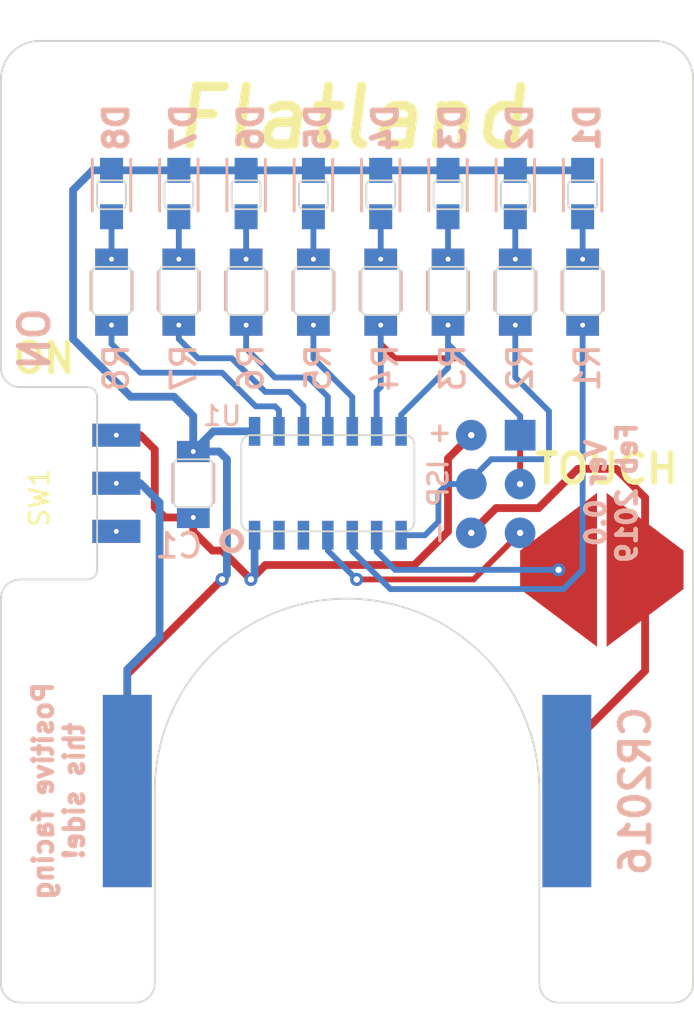
<source format=kicad_pcb>
(kicad_pcb (version 4) (host pcbnew 4.0.6)

  (general
    (links 39)
    (no_connects 2)
    (area 104.769999 76.199999 140.870001 126.300001)
    (thickness 1.6)
    (drawings 23)
    (tracks 131)
    (zones 0)
    (modules 22)
    (nets 25)
  )

  (page USLetter)
  (layers
    (0 F.Cu signal)
    (31 B.Cu signal)
    (34 B.Paste user)
    (35 F.Paste user)
    (36 B.SilkS user)
    (37 F.SilkS user)
    (38 B.Mask user)
    (39 F.Mask user)
    (40 Dwgs.User user)
    (44 Edge.Cuts user)
    (46 B.CrtYd user)
  )

  (setup
    (last_trace_width 0.4064)
    (user_trace_width 0.2032)
    (user_trace_width 0.254)
    (user_trace_width 0.3048)
    (user_trace_width 0.4064)
    (user_trace_width 0.6096)
    (user_trace_width 2.032)
    (trace_clearance 0.1524)
    (zone_clearance 0.35)
    (zone_45_only no)
    (trace_min 0.1524)
    (segment_width 0.254)
    (edge_width 0.1)
    (via_size 0.6858)
    (via_drill 0.3302)
    (via_min_size 0.6858)
    (via_min_drill 0.3302)
    (user_via 1 0.5)
    (uvia_size 0.762)
    (uvia_drill 0.508)
    (uvias_allowed no)
    (uvia_min_size 0.508)
    (uvia_min_drill 0.127)
    (pcb_text_width 0.3)
    (pcb_text_size 1.5 1.5)
    (mod_edge_width 0.15)
    (mod_text_size 1 1)
    (mod_text_width 0.15)
    (pad_size 1.6 1.6)
    (pad_drill 0)
    (pad_to_mask_clearance 0)
    (aux_axis_origin 0 0)
    (grid_origin 210.82 95.25)
    (visible_elements 7FFEFFFF)
    (pcbplotparams
      (layerselection 0x010f0_80000000)
      (usegerberextensions true)
      (excludeedgelayer true)
      (linewidth 0.100000)
      (plotframeref false)
      (viasonmask false)
      (mode 1)
      (useauxorigin false)
      (hpglpennumber 1)
      (hpglpenspeed 20)
      (hpglpendiameter 15)
      (hpglpenoverlay 2)
      (psnegative false)
      (psa4output false)
      (plotreference true)
      (plotvalue true)
      (plotinvisibletext false)
      (padsonsilk false)
      (subtractmaskfromsilk false)
      (outputformat 1)
      (mirror false)
      (drillshape 0)
      (scaleselection 1)
      (outputdirectory gerbers/))
  )

  (net 0 "")
  (net 1 GND)
  (net 2 +BATT)
  (net 3 "Net-(D4-Pad2)")
  (net 4 "Net-(BT1-Pad1)")
  (net 5 /MISO)
  (net 6 /SCK)
  (net 7 /MOSI)
  (net 8 /RESET)
  (net 9 "Net-(D8-Pad2)")
  (net 10 "Net-(D5-Pad2)")
  (net 11 "Net-(D6-Pad2)")
  (net 12 "Net-(SW1-Pad2)")
  (net 13 "Net-(SW2-Pad1)")
  (net 14 "Net-(D7-Pad2)")
  (net 15 "Net-(D1-Pad2)")
  (net 16 "Net-(D2-Pad2)")
  (net 17 "Net-(D3-Pad2)")
  (net 18 "Net-(R5-Pad1)")
  (net 19 "Net-(R6-Pad1)")
  (net 20 "Net-(R7-Pad1)")
  (net 21 "Net-(R8-Pad1)")
  (net 22 "Net-(U1-Pad3)")
  (net 23 "Net-(U1-Pad2)")
  (net 24 "Net-(R1-Pad1)")

  (net_class Default "This is the default net class."
    (clearance 0.1524)
    (trace_width 0.1524)
    (via_dia 0.6858)
    (via_drill 0.3302)
    (uvia_dia 0.762)
    (uvia_drill 0.508)
    (add_net +BATT)
    (add_net /MISO)
    (add_net /MOSI)
    (add_net /RESET)
    (add_net /SCK)
    (add_net GND)
    (add_net "Net-(BT1-Pad1)")
    (add_net "Net-(D1-Pad2)")
    (add_net "Net-(D2-Pad2)")
    (add_net "Net-(D3-Pad2)")
    (add_net "Net-(D4-Pad2)")
    (add_net "Net-(D5-Pad2)")
    (add_net "Net-(D6-Pad2)")
    (add_net "Net-(D7-Pad2)")
    (add_net "Net-(D8-Pad2)")
    (add_net "Net-(R1-Pad1)")
    (add_net "Net-(R5-Pad1)")
    (add_net "Net-(R6-Pad1)")
    (add_net "Net-(R7-Pad1)")
    (add_net "Net-(R8-Pad1)")
    (add_net "Net-(SW1-Pad2)")
    (add_net "Net-(SW2-Pad1)")
    (add_net "Net-(U1-Pad2)")
    (add_net "Net-(U1-Pad3)")
  )

  (module footprints:TOUCH (layer F.Cu) (tedit 5C630AFB) (tstamp 5C6308B2)
    (at 136.07 103.75)
    (descr "Resistor SMD 0805, reflow soldering, Vishay (see dcrcw.pdf)")
    (tags "resistor 0805")
    (path /5C630A91)
    (attr smd)
    (fp_text reference SW2 (at 0 0) (layer F.SilkS) hide
      (effects (font (size 0.762 0.762) (thickness 0.15)))
    )
    (fp_text value DNP (at 0 2.1) (layer F.Fab)
      (effects (font (size 1 1) (thickness 0.15)))
    )
    (fp_line (start -1.6 -1) (end 1.6 -1) (layer F.CrtYd) (width 0.05))
    (fp_line (start -1.6 1) (end 1.6 1) (layer F.CrtYd) (width 0.05))
    (fp_line (start -1.6 -1) (end -1.6 1) (layer F.CrtYd) (width 0.05))
    (fp_line (start 1.6 -1) (end 1.6 1) (layer F.CrtYd) (width 0.05))
    (pad 1 smd trapezoid (at -2.25 0) (size 4 5) (rect_delta -3 0 ) (layers F.Cu F.Paste F.Mask)
      (net 13 "Net-(SW2-Pad1)"))
    (pad 2 smd trapezoid (at 2.25 0) (size 4 5) (rect_delta 3 0 ) (layers F.Cu F.Paste F.Mask)
      (net 1 GND))
    (model Resistors_SMD.3dshapes/R_0805.wrl
      (at (xyz 0 0 0))
      (scale (xyz 1 1 1))
      (rotate (xyz 0 0 0))
    )
  )

  (module footprints:SPST_Fliped (layer F.Cu) (tedit 5C6305E7) (tstamp 5C62182D)
    (at 109.82 99.25 270)
    (descr "Through hole pin header")
    (tags "pin header")
    (path /5A827680)
    (fp_text reference SW1 (at 0.75 3 270) (layer F.SilkS)
      (effects (font (size 1 1) (thickness 0.15)))
    )
    (fp_text value SW_SPDT (at 0.1 0 270) (layer F.Fab)
      (effects (font (size 1 1) (thickness 0.15)))
    )
    (fp_line (start -4.5 0) (end 4.5 0) (layer Edge.Cuts) (width 0.1))
    (fp_line (start -5 0.5) (end -5 4) (layer Edge.Cuts) (width 0.1))
    (fp_line (start 5 0.5) (end 5 4) (layer Edge.Cuts) (width 0.1))
    (fp_arc (start 4.5 0.5) (end 4.5 0) (angle 90) (layer Edge.Cuts) (width 0.1))
    (fp_arc (start -4.5 0.5) (end -5 0.5) (angle 90) (layer Edge.Cuts) (width 0.1))
    (fp_text user JS102011SAQN (at 0 1.7 270) (layer F.Fab)
      (effects (font (size 0.8 0.8) (thickness 0.1)))
    )
    (pad 3 thru_hole rect (at -2.5 -1 270) (size 1.2 2.5) (drill 0.254) (layers *.Cu *.Paste *.Mask)
      (net 2 +BATT))
    (pad 1 thru_hole rect (at 0 -1 270) (size 1.2 2.5) (drill 0.254) (layers *.Cu *.Paste *.Mask)
      (net 4 "Net-(BT1-Pad1)"))
    (pad 2 thru_hole rect (at 2.5 -1 270) (size 1.2 2.5) (drill 0.254) (layers *.Cu *.Paste *.Mask)
      (net 12 "Net-(SW1-Pad2)"))
    (model Pin_Headers.3dshapes/Pin_Header_Straight_2x06.wrl
      (at (xyz 0.05 -0.25 0))
      (scale (xyz 1 1 1))
      (rotate (xyz 0 0 90))
    )
  )

  (module footprints:LED-0805_Flip (layer B.Cu) (tedit 5C62FF90) (tstamp 5C63308C)
    (at 135.07 84.25 270)
    (descr "LED 0805 smd package")
    (tags "LED 0805 SMD")
    (path /5B613BD5)
    (attr smd)
    (fp_text reference D1 (at -3.5 -0.25 270) (layer B.SilkS)
      (effects (font (size 1.2 1.2) (thickness 0.3)) (justify mirror))
    )
    (fp_text value LED (at 0 -1.75 270) (layer B.Fab)
      (effects (font (size 1 1) (thickness 0.15)) (justify mirror))
    )
    (fp_line (start 0.5 0.75) (end -0.5 0.75) (layer Edge.Cuts) (width 0.1))
    (fp_line (start 0.75 -0.5) (end 0.75 0.5) (layer Edge.Cuts) (width 0.1))
    (fp_line (start -0.5 -0.75) (end 0.5 -0.75) (layer Edge.Cuts) (width 0.1))
    (fp_line (start -0.75 0.5) (end -0.75 -0.5) (layer Edge.Cuts) (width 0.1))
    (fp_arc (start -0.5 -0.5) (end -0.5 -0.75) (angle -90) (layer Edge.Cuts) (width 0.1))
    (fp_arc (start 0.5 -0.5) (end 0.75 -0.5) (angle -90) (layer Edge.Cuts) (width 0.1))
    (fp_arc (start 0.5 0.5) (end 0.5 0.75) (angle -90) (layer Edge.Cuts) (width 0.1))
    (fp_arc (start -0.5 0.5) (end -0.75 0.5) (angle -90) (layer Edge.Cuts) (width 0.1))
    (fp_line (start -1.85 -1) (end 0.85 -1) (layer B.SilkS) (width 0.15))
    (fp_line (start -1.85 1) (end 0.85 1) (layer B.SilkS) (width 0.15))
    (fp_line (start 1.9 0.95) (end 1.9 -0.95) (layer B.CrtYd) (width 0.05))
    (fp_line (start 1.9 -0.95) (end -1.9 -0.95) (layer B.CrtYd) (width 0.05))
    (fp_line (start -1.9 -0.95) (end -1.9 0.95) (layer B.CrtYd) (width 0.05))
    (fp_line (start -1.9 0.95) (end 1.9 0.95) (layer B.CrtYd) (width 0.05))
    (pad 2 smd rect (at 1.143 0 90) (size 1.3 1.19888) (layers B.Cu B.Paste B.Mask)
      (net 15 "Net-(D1-Pad2)"))
    (pad 1 smd rect (at -1.27 0 90) (size 1.3 1.19888) (layers B.Cu B.Paste B.Mask)
      (net 1 GND))
    (model LEDs.3dshapes/LED-0805.wrl
      (at (xyz 0 0 0))
      (scale (xyz 1 1 1))
      (rotate (xyz 0 0 0))
    )
    (model LEDs.3dshapes/LED_0805.wrl
      (at (xyz 0 0 0))
      (scale (xyz 1 1 1))
      (rotate (xyz 0 0 0))
    )
  )

  (module footprints:LED-0805_Flip (layer B.Cu) (tedit 5C62FF8A) (tstamp 5C633079)
    (at 131.57 84.25 270)
    (descr "LED 0805 smd package")
    (tags "LED 0805 SMD")
    (path /5B613B61)
    (attr smd)
    (fp_text reference D2 (at -3.5 -0.25 270) (layer B.SilkS)
      (effects (font (size 1.2 1.2) (thickness 0.3)) (justify mirror))
    )
    (fp_text value LED (at 0 -1.75 270) (layer B.Fab)
      (effects (font (size 1 1) (thickness 0.15)) (justify mirror))
    )
    (fp_line (start 0.5 0.75) (end -0.5 0.75) (layer Edge.Cuts) (width 0.1))
    (fp_line (start 0.75 -0.5) (end 0.75 0.5) (layer Edge.Cuts) (width 0.1))
    (fp_line (start -0.5 -0.75) (end 0.5 -0.75) (layer Edge.Cuts) (width 0.1))
    (fp_line (start -0.75 0.5) (end -0.75 -0.5) (layer Edge.Cuts) (width 0.1))
    (fp_arc (start -0.5 -0.5) (end -0.5 -0.75) (angle -90) (layer Edge.Cuts) (width 0.1))
    (fp_arc (start 0.5 -0.5) (end 0.75 -0.5) (angle -90) (layer Edge.Cuts) (width 0.1))
    (fp_arc (start 0.5 0.5) (end 0.5 0.75) (angle -90) (layer Edge.Cuts) (width 0.1))
    (fp_arc (start -0.5 0.5) (end -0.75 0.5) (angle -90) (layer Edge.Cuts) (width 0.1))
    (fp_line (start -1.85 -1) (end 0.85 -1) (layer B.SilkS) (width 0.15))
    (fp_line (start -1.85 1) (end 0.85 1) (layer B.SilkS) (width 0.15))
    (fp_line (start 1.9 0.95) (end 1.9 -0.95) (layer B.CrtYd) (width 0.05))
    (fp_line (start 1.9 -0.95) (end -1.9 -0.95) (layer B.CrtYd) (width 0.05))
    (fp_line (start -1.9 -0.95) (end -1.9 0.95) (layer B.CrtYd) (width 0.05))
    (fp_line (start -1.9 0.95) (end 1.9 0.95) (layer B.CrtYd) (width 0.05))
    (pad 2 smd rect (at 1.143 0 90) (size 1.3 1.19888) (layers B.Cu B.Paste B.Mask)
      (net 16 "Net-(D2-Pad2)"))
    (pad 1 smd rect (at -1.27 0 90) (size 1.3 1.19888) (layers B.Cu B.Paste B.Mask)
      (net 1 GND))
    (model LEDs.3dshapes/LED-0805.wrl
      (at (xyz 0 0 0))
      (scale (xyz 1 1 1))
      (rotate (xyz 0 0 0))
    )
    (model LEDs.3dshapes/LED_0805.wrl
      (at (xyz 0 0 0))
      (scale (xyz 1 1 1))
      (rotate (xyz 0 0 0))
    )
  )

  (module footprints:LED-0805_Flip (layer B.Cu) (tedit 5C62FF82) (tstamp 5C633066)
    (at 128.07 84.25 270)
    (descr "LED 0805 smd package")
    (tags "LED 0805 SMD")
    (path /5B6126D8)
    (attr smd)
    (fp_text reference D3 (at -3.5 -0.25 270) (layer B.SilkS)
      (effects (font (size 1.2 1.2) (thickness 0.3)) (justify mirror))
    )
    (fp_text value LED (at 0 -1.75 270) (layer B.Fab)
      (effects (font (size 1 1) (thickness 0.15)) (justify mirror))
    )
    (fp_line (start 0.5 0.75) (end -0.5 0.75) (layer Edge.Cuts) (width 0.1))
    (fp_line (start 0.75 -0.5) (end 0.75 0.5) (layer Edge.Cuts) (width 0.1))
    (fp_line (start -0.5 -0.75) (end 0.5 -0.75) (layer Edge.Cuts) (width 0.1))
    (fp_line (start -0.75 0.5) (end -0.75 -0.5) (layer Edge.Cuts) (width 0.1))
    (fp_arc (start -0.5 -0.5) (end -0.5 -0.75) (angle -90) (layer Edge.Cuts) (width 0.1))
    (fp_arc (start 0.5 -0.5) (end 0.75 -0.5) (angle -90) (layer Edge.Cuts) (width 0.1))
    (fp_arc (start 0.5 0.5) (end 0.5 0.75) (angle -90) (layer Edge.Cuts) (width 0.1))
    (fp_arc (start -0.5 0.5) (end -0.75 0.5) (angle -90) (layer Edge.Cuts) (width 0.1))
    (fp_line (start -1.85 -1) (end 0.85 -1) (layer B.SilkS) (width 0.15))
    (fp_line (start -1.85 1) (end 0.85 1) (layer B.SilkS) (width 0.15))
    (fp_line (start 1.9 0.95) (end 1.9 -0.95) (layer B.CrtYd) (width 0.05))
    (fp_line (start 1.9 -0.95) (end -1.9 -0.95) (layer B.CrtYd) (width 0.05))
    (fp_line (start -1.9 -0.95) (end -1.9 0.95) (layer B.CrtYd) (width 0.05))
    (fp_line (start -1.9 0.95) (end 1.9 0.95) (layer B.CrtYd) (width 0.05))
    (pad 2 smd rect (at 1.143 0 90) (size 1.3 1.19888) (layers B.Cu B.Paste B.Mask)
      (net 17 "Net-(D3-Pad2)"))
    (pad 1 smd rect (at -1.27 0 90) (size 1.3 1.19888) (layers B.Cu B.Paste B.Mask)
      (net 1 GND))
    (model LEDs.3dshapes/LED-0805.wrl
      (at (xyz 0 0 0))
      (scale (xyz 1 1 1))
      (rotate (xyz 0 0 0))
    )
    (model LEDs.3dshapes/LED_0805.wrl
      (at (xyz 0 0 0))
      (scale (xyz 1 1 1))
      (rotate (xyz 0 0 0))
    )
  )

  (module footprints:LED-0805_Flip (layer B.Cu) (tedit 5C62FF7D) (tstamp 5C633053)
    (at 124.57 84.25 270)
    (descr "LED 0805 smd package")
    (tags "LED 0805 SMD")
    (path /58C49927)
    (attr smd)
    (fp_text reference D4 (at -3.5 -0.25 270) (layer B.SilkS)
      (effects (font (size 1.2 1.2) (thickness 0.3)) (justify mirror))
    )
    (fp_text value LED (at 0 -1.75 270) (layer B.Fab)
      (effects (font (size 1 1) (thickness 0.15)) (justify mirror))
    )
    (fp_line (start 0.5 0.75) (end -0.5 0.75) (layer Edge.Cuts) (width 0.1))
    (fp_line (start 0.75 -0.5) (end 0.75 0.5) (layer Edge.Cuts) (width 0.1))
    (fp_line (start -0.5 -0.75) (end 0.5 -0.75) (layer Edge.Cuts) (width 0.1))
    (fp_line (start -0.75 0.5) (end -0.75 -0.5) (layer Edge.Cuts) (width 0.1))
    (fp_arc (start -0.5 -0.5) (end -0.5 -0.75) (angle -90) (layer Edge.Cuts) (width 0.1))
    (fp_arc (start 0.5 -0.5) (end 0.75 -0.5) (angle -90) (layer Edge.Cuts) (width 0.1))
    (fp_arc (start 0.5 0.5) (end 0.5 0.75) (angle -90) (layer Edge.Cuts) (width 0.1))
    (fp_arc (start -0.5 0.5) (end -0.75 0.5) (angle -90) (layer Edge.Cuts) (width 0.1))
    (fp_line (start -1.85 -1) (end 0.85 -1) (layer B.SilkS) (width 0.15))
    (fp_line (start -1.85 1) (end 0.85 1) (layer B.SilkS) (width 0.15))
    (fp_line (start 1.9 0.95) (end 1.9 -0.95) (layer B.CrtYd) (width 0.05))
    (fp_line (start 1.9 -0.95) (end -1.9 -0.95) (layer B.CrtYd) (width 0.05))
    (fp_line (start -1.9 -0.95) (end -1.9 0.95) (layer B.CrtYd) (width 0.05))
    (fp_line (start -1.9 0.95) (end 1.9 0.95) (layer B.CrtYd) (width 0.05))
    (pad 2 smd rect (at 1.143 0 90) (size 1.3 1.19888) (layers B.Cu B.Paste B.Mask)
      (net 3 "Net-(D4-Pad2)"))
    (pad 1 smd rect (at -1.27 0 90) (size 1.3 1.19888) (layers B.Cu B.Paste B.Mask)
      (net 1 GND))
    (model LEDs.3dshapes/LED-0805.wrl
      (at (xyz 0 0 0))
      (scale (xyz 1 1 1))
      (rotate (xyz 0 0 0))
    )
    (model LEDs.3dshapes/LED_0805.wrl
      (at (xyz 0 0 0))
      (scale (xyz 1 1 1))
      (rotate (xyz 0 0 0))
    )
  )

  (module footprints:LED-0805_Flip (layer B.Cu) (tedit 5C62FF79) (tstamp 5C633040)
    (at 121.07 84.25 270)
    (descr "LED 0805 smd package")
    (tags "LED 0805 SMD")
    (path /58D338E3)
    (attr smd)
    (fp_text reference D5 (at -3.5 -0.25 270) (layer B.SilkS)
      (effects (font (size 1.2 1.2) (thickness 0.3)) (justify mirror))
    )
    (fp_text value LED (at 0 -1.75 270) (layer B.Fab)
      (effects (font (size 1 1) (thickness 0.15)) (justify mirror))
    )
    (fp_line (start 0.5 0.75) (end -0.5 0.75) (layer Edge.Cuts) (width 0.1))
    (fp_line (start 0.75 -0.5) (end 0.75 0.5) (layer Edge.Cuts) (width 0.1))
    (fp_line (start -0.5 -0.75) (end 0.5 -0.75) (layer Edge.Cuts) (width 0.1))
    (fp_line (start -0.75 0.5) (end -0.75 -0.5) (layer Edge.Cuts) (width 0.1))
    (fp_arc (start -0.5 -0.5) (end -0.5 -0.75) (angle -90) (layer Edge.Cuts) (width 0.1))
    (fp_arc (start 0.5 -0.5) (end 0.75 -0.5) (angle -90) (layer Edge.Cuts) (width 0.1))
    (fp_arc (start 0.5 0.5) (end 0.5 0.75) (angle -90) (layer Edge.Cuts) (width 0.1))
    (fp_arc (start -0.5 0.5) (end -0.75 0.5) (angle -90) (layer Edge.Cuts) (width 0.1))
    (fp_line (start -1.85 -1) (end 0.85 -1) (layer B.SilkS) (width 0.15))
    (fp_line (start -1.85 1) (end 0.85 1) (layer B.SilkS) (width 0.15))
    (fp_line (start 1.9 0.95) (end 1.9 -0.95) (layer B.CrtYd) (width 0.05))
    (fp_line (start 1.9 -0.95) (end -1.9 -0.95) (layer B.CrtYd) (width 0.05))
    (fp_line (start -1.9 -0.95) (end -1.9 0.95) (layer B.CrtYd) (width 0.05))
    (fp_line (start -1.9 0.95) (end 1.9 0.95) (layer B.CrtYd) (width 0.05))
    (pad 2 smd rect (at 1.143 0 90) (size 1.3 1.19888) (layers B.Cu B.Paste B.Mask)
      (net 10 "Net-(D5-Pad2)"))
    (pad 1 smd rect (at -1.27 0 90) (size 1.3 1.19888) (layers B.Cu B.Paste B.Mask)
      (net 1 GND))
    (model LEDs.3dshapes/LED-0805.wrl
      (at (xyz 0 0 0))
      (scale (xyz 1 1 1))
      (rotate (xyz 0 0 0))
    )
    (model LEDs.3dshapes/LED_0805.wrl
      (at (xyz 0 0 0))
      (scale (xyz 1 1 1))
      (rotate (xyz 0 0 0))
    )
  )

  (module footprints:R_0805_flip (layer B.Cu) (tedit 5C62FF95) (tstamp 5C633007)
    (at 135.07 89.25 90)
    (descr "Resistor SMD 1206, reflow soldering, Vishay (see dcrcw.pdf)")
    (tags "resistor 1206")
    (path /5B613D54)
    (attr smd)
    (fp_text reference R1 (at -4 0.25 90) (layer B.SilkS)
      (effects (font (size 1.25 1.25) (thickness 0.2)) (justify mirror))
    )
    (fp_text value 100 (at 0 -2.3 90) (layer B.Fab)
      (effects (font (size 1 1) (thickness 0.15)) (justify mirror))
    )
    (fp_line (start -1.25 0.75) (end -1.25 -0.75) (layer Edge.Cuts) (width 0.1))
    (fp_line (start 1 1) (end -1 1) (layer Edge.Cuts) (width 0.1))
    (fp_line (start 1.25 -0.75) (end 1.25 0.75) (layer Edge.Cuts) (width 0.1))
    (fp_line (start -1 -1) (end 1 -1) (layer Edge.Cuts) (width 0.1))
    (fp_arc (start -1 -0.75) (end -1 -1) (angle -90) (layer Edge.Cuts) (width 0.1))
    (fp_arc (start 1 -0.75) (end 1.25 -0.75) (angle -90) (layer Edge.Cuts) (width 0.1))
    (fp_arc (start 1 0.75) (end 1 1) (angle -90) (layer Edge.Cuts) (width 0.1))
    (fp_arc (start -1 0.75) (end -1.25 0.75) (angle -90) (layer Edge.Cuts) (width 0.1))
    (fp_line (start -2.2 1.2) (end 2.2 1.2) (layer B.CrtYd) (width 0.05))
    (fp_line (start -2.2 -1.2) (end 2.2 -1.2) (layer B.CrtYd) (width 0.05))
    (fp_line (start -2.2 1.2) (end -2.2 -1.2) (layer B.CrtYd) (width 0.05))
    (fp_line (start 2.2 1.2) (end 2.2 -1.2) (layer B.CrtYd) (width 0.05))
    (fp_line (start 1 -1.075) (end -1 -1.075) (layer B.SilkS) (width 0.15))
    (fp_line (start -1 1.075) (end 1 1.075) (layer B.SilkS) (width 0.15))
    (pad 1 thru_hole rect (at -1.778 0 90) (size 1.1 1.7) (drill 0.254) (layers *.Cu *.Paste *.Mask)
      (net 24 "Net-(R1-Pad1)"))
    (pad 2 thru_hole rect (at 1.651 0 90) (size 1.1 1.7) (drill 0.254) (layers *.Cu *.Paste *.Mask)
      (net 15 "Net-(D1-Pad2)"))
    (model Resistors_SMD.3dshapes/R_1206.wrl
      (at (xyz 0 0 0))
      (scale (xyz 1 1 1))
      (rotate (xyz 0 0 0))
    )
  )

  (module footprints:R_0805_flip (layer B.Cu) (tedit 5C62FF9D) (tstamp 5C632FF4)
    (at 131.57 89.25 90)
    (descr "Resistor SMD 1206, reflow soldering, Vishay (see dcrcw.pdf)")
    (tags "resistor 1206")
    (path /5B613CDA)
    (attr smd)
    (fp_text reference R2 (at -4 0.25 90) (layer B.SilkS)
      (effects (font (size 1.25 1.25) (thickness 0.2)) (justify mirror))
    )
    (fp_text value 100 (at 0 -2.3 90) (layer B.Fab)
      (effects (font (size 1 1) (thickness 0.15)) (justify mirror))
    )
    (fp_line (start -1.25 0.75) (end -1.25 -0.75) (layer Edge.Cuts) (width 0.1))
    (fp_line (start 1 1) (end -1 1) (layer Edge.Cuts) (width 0.1))
    (fp_line (start 1.25 -0.75) (end 1.25 0.75) (layer Edge.Cuts) (width 0.1))
    (fp_line (start -1 -1) (end 1 -1) (layer Edge.Cuts) (width 0.1))
    (fp_arc (start -1 -0.75) (end -1 -1) (angle -90) (layer Edge.Cuts) (width 0.1))
    (fp_arc (start 1 -0.75) (end 1.25 -0.75) (angle -90) (layer Edge.Cuts) (width 0.1))
    (fp_arc (start 1 0.75) (end 1 1) (angle -90) (layer Edge.Cuts) (width 0.1))
    (fp_arc (start -1 0.75) (end -1.25 0.75) (angle -90) (layer Edge.Cuts) (width 0.1))
    (fp_line (start -2.2 1.2) (end 2.2 1.2) (layer B.CrtYd) (width 0.05))
    (fp_line (start -2.2 -1.2) (end 2.2 -1.2) (layer B.CrtYd) (width 0.05))
    (fp_line (start -2.2 1.2) (end -2.2 -1.2) (layer B.CrtYd) (width 0.05))
    (fp_line (start 2.2 1.2) (end 2.2 -1.2) (layer B.CrtYd) (width 0.05))
    (fp_line (start 1 -1.075) (end -1 -1.075) (layer B.SilkS) (width 0.15))
    (fp_line (start -1 1.075) (end 1 1.075) (layer B.SilkS) (width 0.15))
    (pad 1 thru_hole rect (at -1.778 0 90) (size 1.1 1.7) (drill 0.254) (layers *.Cu *.Paste *.Mask)
      (net 7 /MOSI))
    (pad 2 thru_hole rect (at 1.651 0 90) (size 1.1 1.7) (drill 0.254) (layers *.Cu *.Paste *.Mask)
      (net 16 "Net-(D2-Pad2)"))
    (model Resistors_SMD.3dshapes/R_1206.wrl
      (at (xyz 0 0 0))
      (scale (xyz 1 1 1))
      (rotate (xyz 0 0 0))
    )
  )

  (module footprints:R_0805_flip (layer B.Cu) (tedit 5C62FFA1) (tstamp 5C632FA8)
    (at 128.07 89.25 90)
    (descr "Resistor SMD 1206, reflow soldering, Vishay (see dcrcw.pdf)")
    (tags "resistor 1206")
    (path /5B612743)
    (attr smd)
    (fp_text reference R3 (at -4 0.25 90) (layer B.SilkS)
      (effects (font (size 1.25 1.25) (thickness 0.2)) (justify mirror))
    )
    (fp_text value 100 (at 0 -2.3 90) (layer B.Fab)
      (effects (font (size 1 1) (thickness 0.15)) (justify mirror))
    )
    (fp_line (start -1.25 0.75) (end -1.25 -0.75) (layer Edge.Cuts) (width 0.1))
    (fp_line (start 1 1) (end -1 1) (layer Edge.Cuts) (width 0.1))
    (fp_line (start 1.25 -0.75) (end 1.25 0.75) (layer Edge.Cuts) (width 0.1))
    (fp_line (start -1 -1) (end 1 -1) (layer Edge.Cuts) (width 0.1))
    (fp_arc (start -1 -0.75) (end -1 -1) (angle -90) (layer Edge.Cuts) (width 0.1))
    (fp_arc (start 1 -0.75) (end 1.25 -0.75) (angle -90) (layer Edge.Cuts) (width 0.1))
    (fp_arc (start 1 0.75) (end 1 1) (angle -90) (layer Edge.Cuts) (width 0.1))
    (fp_arc (start -1 0.75) (end -1.25 0.75) (angle -90) (layer Edge.Cuts) (width 0.1))
    (fp_line (start -2.2 1.2) (end 2.2 1.2) (layer B.CrtYd) (width 0.05))
    (fp_line (start -2.2 -1.2) (end 2.2 -1.2) (layer B.CrtYd) (width 0.05))
    (fp_line (start -2.2 1.2) (end -2.2 -1.2) (layer B.CrtYd) (width 0.05))
    (fp_line (start 2.2 1.2) (end 2.2 -1.2) (layer B.CrtYd) (width 0.05))
    (fp_line (start 1 -1.075) (end -1 -1.075) (layer B.SilkS) (width 0.15))
    (fp_line (start -1 1.075) (end 1 1.075) (layer B.SilkS) (width 0.15))
    (pad 1 thru_hole rect (at -1.778 0 90) (size 1.1 1.7) (drill 0.254) (layers *.Cu *.Paste *.Mask)
      (net 5 /MISO))
    (pad 2 thru_hole rect (at 1.651 0 90) (size 1.1 1.7) (drill 0.254) (layers *.Cu *.Paste *.Mask)
      (net 17 "Net-(D3-Pad2)"))
    (model Resistors_SMD.3dshapes/R_1206.wrl
      (at (xyz 0 0 0))
      (scale (xyz 1 1 1))
      (rotate (xyz 0 0 0))
    )
  )

  (module footprints:R_0805_flip (layer B.Cu) (tedit 5C62FFA6) (tstamp 5C632F95)
    (at 124.57 89.25 90)
    (descr "Resistor SMD 1206, reflow soldering, Vishay (see dcrcw.pdf)")
    (tags "resistor 1206")
    (path /56CEB2B5)
    (attr smd)
    (fp_text reference R4 (at -4 0.25 90) (layer B.SilkS)
      (effects (font (size 1.25 1.25) (thickness 0.2)) (justify mirror))
    )
    (fp_text value 100 (at 0 -2.3 90) (layer B.Fab)
      (effects (font (size 1 1) (thickness 0.15)) (justify mirror))
    )
    (fp_line (start -1.25 0.75) (end -1.25 -0.75) (layer Edge.Cuts) (width 0.1))
    (fp_line (start 1 1) (end -1 1) (layer Edge.Cuts) (width 0.1))
    (fp_line (start 1.25 -0.75) (end 1.25 0.75) (layer Edge.Cuts) (width 0.1))
    (fp_line (start -1 -1) (end 1 -1) (layer Edge.Cuts) (width 0.1))
    (fp_arc (start -1 -0.75) (end -1 -1) (angle -90) (layer Edge.Cuts) (width 0.1))
    (fp_arc (start 1 -0.75) (end 1.25 -0.75) (angle -90) (layer Edge.Cuts) (width 0.1))
    (fp_arc (start 1 0.75) (end 1 1) (angle -90) (layer Edge.Cuts) (width 0.1))
    (fp_arc (start -1 0.75) (end -1.25 0.75) (angle -90) (layer Edge.Cuts) (width 0.1))
    (fp_line (start -2.2 1.2) (end 2.2 1.2) (layer B.CrtYd) (width 0.05))
    (fp_line (start -2.2 -1.2) (end 2.2 -1.2) (layer B.CrtYd) (width 0.05))
    (fp_line (start -2.2 1.2) (end -2.2 -1.2) (layer B.CrtYd) (width 0.05))
    (fp_line (start 2.2 1.2) (end 2.2 -1.2) (layer B.CrtYd) (width 0.05))
    (fp_line (start 1 -1.075) (end -1 -1.075) (layer B.SilkS) (width 0.15))
    (fp_line (start -1 1.075) (end 1 1.075) (layer B.SilkS) (width 0.15))
    (pad 1 thru_hole rect (at -1.778 0 90) (size 1.1 1.7) (drill 0.254) (layers *.Cu *.Paste *.Mask)
      (net 6 /SCK))
    (pad 2 thru_hole rect (at 1.651 0 90) (size 1.1 1.7) (drill 0.254) (layers *.Cu *.Paste *.Mask)
      (net 3 "Net-(D4-Pad2)"))
    (model Resistors_SMD.3dshapes/R_1206.wrl
      (at (xyz 0 0 0))
      (scale (xyz 1 1 1))
      (rotate (xyz 0 0 0))
    )
  )

  (module footprints:R_0805_flip (layer B.Cu) (tedit 5C62FFAB) (tstamp 5C632F6F)
    (at 121.07 89.25 90)
    (descr "Resistor SMD 1206, reflow soldering, Vishay (see dcrcw.pdf)")
    (tags "resistor 1206")
    (path /58D3397B)
    (attr smd)
    (fp_text reference R5 (at -4 0.25 90) (layer B.SilkS)
      (effects (font (size 1.25 1.25) (thickness 0.2)) (justify mirror))
    )
    (fp_text value 100 (at 0 -2.3 90) (layer B.Fab)
      (effects (font (size 1 1) (thickness 0.15)) (justify mirror))
    )
    (fp_line (start -1.25 0.75) (end -1.25 -0.75) (layer Edge.Cuts) (width 0.1))
    (fp_line (start 1 1) (end -1 1) (layer Edge.Cuts) (width 0.1))
    (fp_line (start 1.25 -0.75) (end 1.25 0.75) (layer Edge.Cuts) (width 0.1))
    (fp_line (start -1 -1) (end 1 -1) (layer Edge.Cuts) (width 0.1))
    (fp_arc (start -1 -0.75) (end -1 -1) (angle -90) (layer Edge.Cuts) (width 0.1))
    (fp_arc (start 1 -0.75) (end 1.25 -0.75) (angle -90) (layer Edge.Cuts) (width 0.1))
    (fp_arc (start 1 0.75) (end 1 1) (angle -90) (layer Edge.Cuts) (width 0.1))
    (fp_arc (start -1 0.75) (end -1.25 0.75) (angle -90) (layer Edge.Cuts) (width 0.1))
    (fp_line (start -2.2 1.2) (end 2.2 1.2) (layer B.CrtYd) (width 0.05))
    (fp_line (start -2.2 -1.2) (end 2.2 -1.2) (layer B.CrtYd) (width 0.05))
    (fp_line (start -2.2 1.2) (end -2.2 -1.2) (layer B.CrtYd) (width 0.05))
    (fp_line (start 2.2 1.2) (end 2.2 -1.2) (layer B.CrtYd) (width 0.05))
    (fp_line (start 1 -1.075) (end -1 -1.075) (layer B.SilkS) (width 0.15))
    (fp_line (start -1 1.075) (end 1 1.075) (layer B.SilkS) (width 0.15))
    (pad 1 thru_hole rect (at -1.778 0 90) (size 1.1 1.7) (drill 0.254) (layers *.Cu *.Paste *.Mask)
      (net 18 "Net-(R5-Pad1)"))
    (pad 2 thru_hole rect (at 1.651 0 90) (size 1.1 1.7) (drill 0.254) (layers *.Cu *.Paste *.Mask)
      (net 10 "Net-(D5-Pad2)"))
    (model Resistors_SMD.3dshapes/R_1206.wrl
      (at (xyz 0 0 0))
      (scale (xyz 1 1 1))
      (rotate (xyz 0 0 0))
    )
  )

  (module footprints:LED-0805_Flip (layer B.Cu) (tedit 5C62FF64) (tstamp 5C632F36)
    (at 110.57 84.25 270)
    (descr "LED 0805 smd package")
    (tags "LED 0805 SMD")
    (path /58DDCAFF)
    (attr smd)
    (fp_text reference D8 (at -3.5 -0.25 270) (layer B.SilkS)
      (effects (font (size 1.2 1.2) (thickness 0.3)) (justify mirror))
    )
    (fp_text value LED (at 0 -1.75 270) (layer B.Fab)
      (effects (font (size 1 1) (thickness 0.15)) (justify mirror))
    )
    (fp_line (start 0.5 0.75) (end -0.5 0.75) (layer Edge.Cuts) (width 0.1))
    (fp_line (start 0.75 -0.5) (end 0.75 0.5) (layer Edge.Cuts) (width 0.1))
    (fp_line (start -0.5 -0.75) (end 0.5 -0.75) (layer Edge.Cuts) (width 0.1))
    (fp_line (start -0.75 0.5) (end -0.75 -0.5) (layer Edge.Cuts) (width 0.1))
    (fp_arc (start -0.5 -0.5) (end -0.5 -0.75) (angle -90) (layer Edge.Cuts) (width 0.1))
    (fp_arc (start 0.5 -0.5) (end 0.75 -0.5) (angle -90) (layer Edge.Cuts) (width 0.1))
    (fp_arc (start 0.5 0.5) (end 0.5 0.75) (angle -90) (layer Edge.Cuts) (width 0.1))
    (fp_arc (start -0.5 0.5) (end -0.75 0.5) (angle -90) (layer Edge.Cuts) (width 0.1))
    (fp_line (start -1.85 -1) (end 0.85 -1) (layer B.SilkS) (width 0.15))
    (fp_line (start -1.85 1) (end 0.85 1) (layer B.SilkS) (width 0.15))
    (fp_line (start 1.9 0.95) (end 1.9 -0.95) (layer B.CrtYd) (width 0.05))
    (fp_line (start 1.9 -0.95) (end -1.9 -0.95) (layer B.CrtYd) (width 0.05))
    (fp_line (start -1.9 -0.95) (end -1.9 0.95) (layer B.CrtYd) (width 0.05))
    (fp_line (start -1.9 0.95) (end 1.9 0.95) (layer B.CrtYd) (width 0.05))
    (pad 2 smd rect (at 1.143 0 90) (size 1.3 1.19888) (layers B.Cu B.Paste B.Mask)
      (net 9 "Net-(D8-Pad2)"))
    (pad 1 smd rect (at -1.27 0 90) (size 1.3 1.19888) (layers B.Cu B.Paste B.Mask)
      (net 1 GND))
    (model LEDs.3dshapes/LED-0805.wrl
      (at (xyz 0 0 0))
      (scale (xyz 1 1 1))
      (rotate (xyz 0 0 0))
    )
    (model LEDs.3dshapes/LED_0805.wrl
      (at (xyz 0 0 0))
      (scale (xyz 1 1 1))
      (rotate (xyz 0 0 0))
    )
  )

  (module footprints:LED-0805_Flip (layer B.Cu) (tedit 5C62FF69) (tstamp 5C632F23)
    (at 114.07 84.25 270)
    (descr "LED 0805 smd package")
    (tags "LED 0805 SMD")
    (path /58D34030)
    (attr smd)
    (fp_text reference D7 (at -3.5 -0.25 270) (layer B.SilkS)
      (effects (font (size 1.2 1.2) (thickness 0.3)) (justify mirror))
    )
    (fp_text value LED (at 0 -1.75 270) (layer B.Fab)
      (effects (font (size 1 1) (thickness 0.15)) (justify mirror))
    )
    (fp_line (start 0.5 0.75) (end -0.5 0.75) (layer Edge.Cuts) (width 0.1))
    (fp_line (start 0.75 -0.5) (end 0.75 0.5) (layer Edge.Cuts) (width 0.1))
    (fp_line (start -0.5 -0.75) (end 0.5 -0.75) (layer Edge.Cuts) (width 0.1))
    (fp_line (start -0.75 0.5) (end -0.75 -0.5) (layer Edge.Cuts) (width 0.1))
    (fp_arc (start -0.5 -0.5) (end -0.5 -0.75) (angle -90) (layer Edge.Cuts) (width 0.1))
    (fp_arc (start 0.5 -0.5) (end 0.75 -0.5) (angle -90) (layer Edge.Cuts) (width 0.1))
    (fp_arc (start 0.5 0.5) (end 0.5 0.75) (angle -90) (layer Edge.Cuts) (width 0.1))
    (fp_arc (start -0.5 0.5) (end -0.75 0.5) (angle -90) (layer Edge.Cuts) (width 0.1))
    (fp_line (start -1.85 -1) (end 0.85 -1) (layer B.SilkS) (width 0.15))
    (fp_line (start -1.85 1) (end 0.85 1) (layer B.SilkS) (width 0.15))
    (fp_line (start 1.9 0.95) (end 1.9 -0.95) (layer B.CrtYd) (width 0.05))
    (fp_line (start 1.9 -0.95) (end -1.9 -0.95) (layer B.CrtYd) (width 0.05))
    (fp_line (start -1.9 -0.95) (end -1.9 0.95) (layer B.CrtYd) (width 0.05))
    (fp_line (start -1.9 0.95) (end 1.9 0.95) (layer B.CrtYd) (width 0.05))
    (pad 2 smd rect (at 1.143 0 90) (size 1.3 1.19888) (layers B.Cu B.Paste B.Mask)
      (net 14 "Net-(D7-Pad2)"))
    (pad 1 smd rect (at -1.27 0 90) (size 1.3 1.19888) (layers B.Cu B.Paste B.Mask)
      (net 1 GND))
    (model LEDs.3dshapes/LED-0805.wrl
      (at (xyz 0 0 0))
      (scale (xyz 1 1 1))
      (rotate (xyz 0 0 0))
    )
    (model LEDs.3dshapes/LED_0805.wrl
      (at (xyz 0 0 0))
      (scale (xyz 1 1 1))
      (rotate (xyz 0 0 0))
    )
  )

  (module footprints:AVR-ISP-6 (layer B.Cu) (tedit 5B63C74A) (tstamp 5B612082)
    (at 131.82 96.75 180)
    (descr "6-lead dip package, row spacing 7.62 mm (300 mils)")
    (tags "dil dip 2.54 300")
    (path /58609061)
    (fp_text reference CON1 (at 0 2.54 180) (layer B.SilkS) hide
      (effects (font (size 1 1) (thickness 0.15)) (justify mirror))
    )
    (fp_text value AVR-ISP-6 (at 0 3.72 180) (layer B.Fab) hide
      (effects (font (size 1 1) (thickness 0.15)) (justify mirror))
    )
    (pad 1 smd rect (at 0 0 180) (size 1.6 1.6) (layers B.Cu B.Paste B.Mask)
      (net 5 /MISO))
    (pad 2 smd circle (at 2.54 0 180) (size 1.6 1.6) (layers B.Cu B.Paste B.Mask)
      (net 2 +BATT))
    (pad 3 smd oval (at 0 -2.54 180) (size 1.6 1.6) (layers B.Cu B.Paste B.Mask)
      (net 6 /SCK))
    (pad 4 smd oval (at 2.54 -2.54 180) (size 1.6 1.6) (layers B.Cu B.Paste B.Mask)
      (net 7 /MOSI))
    (pad 5 smd oval (at 0 -5.08 180) (size 1.6 1.6) (layers B.Cu B.Paste B.Mask)
      (net 8 /RESET))
    (pad 6 smd oval (at 2.54 -5.08 180) (size 1.6 1.6) (layers B.Cu B.Paste B.Mask)
      (net 1 GND))
  )

  (module footprints:LED-0805_Flip (layer B.Cu) (tedit 5C62FF70) (tstamp 5C62103B)
    (at 117.57 84.25 270)
    (descr "LED 0805 smd package")
    (tags "LED 0805 SMD")
    (path /58D33940)
    (attr smd)
    (fp_text reference D6 (at -3.5 -0.25 270) (layer B.SilkS)
      (effects (font (size 1.2 1.2) (thickness 0.3)) (justify mirror))
    )
    (fp_text value LED (at 0 -1.75 270) (layer B.Fab)
      (effects (font (size 1 1) (thickness 0.15)) (justify mirror))
    )
    (fp_line (start 0.5 0.75) (end -0.5 0.75) (layer Edge.Cuts) (width 0.1))
    (fp_line (start 0.75 -0.5) (end 0.75 0.5) (layer Edge.Cuts) (width 0.1))
    (fp_line (start -0.5 -0.75) (end 0.5 -0.75) (layer Edge.Cuts) (width 0.1))
    (fp_line (start -0.75 0.5) (end -0.75 -0.5) (layer Edge.Cuts) (width 0.1))
    (fp_arc (start -0.5 -0.5) (end -0.5 -0.75) (angle -90) (layer Edge.Cuts) (width 0.1))
    (fp_arc (start 0.5 -0.5) (end 0.75 -0.5) (angle -90) (layer Edge.Cuts) (width 0.1))
    (fp_arc (start 0.5 0.5) (end 0.5 0.75) (angle -90) (layer Edge.Cuts) (width 0.1))
    (fp_arc (start -0.5 0.5) (end -0.75 0.5) (angle -90) (layer Edge.Cuts) (width 0.1))
    (fp_line (start -1.85 -1) (end 0.85 -1) (layer B.SilkS) (width 0.15))
    (fp_line (start -1.85 1) (end 0.85 1) (layer B.SilkS) (width 0.15))
    (fp_line (start 1.9 0.95) (end 1.9 -0.95) (layer B.CrtYd) (width 0.05))
    (fp_line (start 1.9 -0.95) (end -1.9 -0.95) (layer B.CrtYd) (width 0.05))
    (fp_line (start -1.9 -0.95) (end -1.9 0.95) (layer B.CrtYd) (width 0.05))
    (fp_line (start -1.9 0.95) (end 1.9 0.95) (layer B.CrtYd) (width 0.05))
    (pad 2 smd rect (at 1.143 0 90) (size 1.3 1.19888) (layers B.Cu B.Paste B.Mask)
      (net 11 "Net-(D6-Pad2)"))
    (pad 1 smd rect (at -1.27 0 90) (size 1.3 1.19888) (layers B.Cu B.Paste B.Mask)
      (net 1 GND))
    (model LEDs.3dshapes/LED-0805.wrl
      (at (xyz 0 0 0))
      (scale (xyz 1 1 1))
      (rotate (xyz 0 0 0))
    )
    (model LEDs.3dshapes/LED_0805.wrl
      (at (xyz 0 0 0))
      (scale (xyz 1 1 1))
      (rotate (xyz 0 0 0))
    )
  )

  (module footprints:SOIC-14_Flip (layer B.Cu) (tedit 5C63060D) (tstamp 5C62106F)
    (at 121.82 99.25 270)
    (descr "14-Lead Plastic Small Outline (SL) - Narrow, 3.90 mm Body [SOIC] (see Microchip Packaging Specification 00000049BS.pdf)")
    (tags "SOIC 1.27")
    (path /5B62CA43)
    (attr smd)
    (fp_text reference U1 (at -3.5 5.5 360) (layer B.SilkS)
      (effects (font (size 1 1) (thickness 0.15)) (justify mirror))
    )
    (fp_text value ATTINY84A-SSU (at 0 -5.375 270) (layer B.Fab)
      (effects (font (size 1 1) (thickness 0.15)) (justify mirror))
    )
    (fp_line (start -2 -4.5) (end 2 -4.5) (layer Edge.Cuts) (width 0.1))
    (fp_line (start -2 4.5) (end 2 4.5) (layer Edge.Cuts) (width 0.1))
    (fp_line (start 2.5 4) (end 2.5 -4) (layer Edge.Cuts) (width 0.1))
    (fp_line (start -2.5 -4) (end -2.5 4) (layer Edge.Cuts) (width 0.1))
    (fp_arc (start 2 -4) (end 2.5 -4) (angle -90) (layer Edge.Cuts) (width 0.1))
    (fp_arc (start -2 -4) (end -2 -4.5) (angle -90) (layer Edge.Cuts) (width 0.1))
    (fp_arc (start 2 4) (end 2 4.5) (angle -90) (layer Edge.Cuts) (width 0.1))
    (fp_arc (start -2 4) (end -2.5 4) (angle -90) (layer Edge.Cuts) (width 0.1))
    (fp_circle (center 3 5) (end 3 5.5) (layer B.SilkS) (width 0.3))
    (fp_text user %R (at 0 0 270) (layer B.Fab)
      (effects (font (size 0.9 0.9) (thickness 0.135)) (justify mirror))
    )
    (fp_line (start -3.7 4.65) (end -3.7 -4.65) (layer B.CrtYd) (width 0.05))
    (fp_line (start 3.7 4.65) (end 3.7 -4.65) (layer B.CrtYd) (width 0.05))
    (fp_line (start -3.7 4.65) (end 3.7 4.65) (layer B.CrtYd) (width 0.05))
    (fp_line (start -3.7 -4.65) (end 3.7 -4.65) (layer B.CrtYd) (width 0.05))
    (pad 14 smd rect (at -2.7 3.81 270) (size 1.5 0.6) (layers B.Cu B.Paste B.Mask)
      (net 1 GND))
    (pad 13 smd rect (at -2.7 2.54 270) (size 1.5 0.6) (layers B.Cu B.Paste B.Mask)
      (net 21 "Net-(R8-Pad1)"))
    (pad 12 smd rect (at -2.7 1.27 270) (size 1.5 0.6) (layers B.Cu B.Paste B.Mask)
      (net 20 "Net-(R7-Pad1)"))
    (pad 11 smd rect (at -2.7 0 270) (size 1.5 0.6) (layers B.Cu B.Paste B.Mask)
      (net 19 "Net-(R6-Pad1)"))
    (pad 10 smd rect (at -2.7 -1.27 270) (size 1.5 0.6) (layers B.Cu B.Paste B.Mask)
      (net 18 "Net-(R5-Pad1)"))
    (pad 9 smd rect (at -2.7 -2.54 270) (size 1.5 0.6) (layers B.Cu B.Paste B.Mask)
      (net 6 /SCK))
    (pad 8 smd rect (at -2.7 -3.81 270) (size 1.5 0.6) (layers B.Cu B.Paste B.Mask)
      (net 5 /MISO))
    (pad 7 smd rect (at 2.7 -3.81 270) (size 1.5 0.6) (layers B.Cu B.Paste B.Mask)
      (net 7 /MOSI))
    (pad 6 smd rect (at 2.7 -2.54 270) (size 1.5 0.6) (layers B.Cu B.Paste B.Mask)
      (net 13 "Net-(SW2-Pad1)"))
    (pad 5 smd rect (at 2.7 -1.27 270) (size 1.5 0.6) (layers B.Cu B.Paste B.Mask)
      (net 24 "Net-(R1-Pad1)"))
    (pad 4 smd rect (at 2.7 0 270) (size 1.5 0.6) (layers B.Cu B.Paste B.Mask)
      (net 8 /RESET))
    (pad 3 smd rect (at 2.7 1.27 270) (size 1.5 0.6) (layers B.Cu B.Paste B.Mask)
      (net 22 "Net-(U1-Pad3)"))
    (pad 2 smd rect (at 2.7 2.54 270) (size 1.5 0.6) (layers B.Cu B.Paste B.Mask)
      (net 23 "Net-(U1-Pad2)"))
    (pad 1 smd rect (at 2.7 3.81 270) (size 1.5 0.6) (layers B.Cu B.Paste B.Mask)
      (net 2 +BATT))
    (model ${KISYS3DMOD}/Housings_SOIC.3dshapes/SOIC-14_3.9x8.7mm_Pitch1.27mm.wrl
      (at (xyz 0 0 0))
      (scale (xyz 1 1 1))
      (rotate (xyz 0 0 0))
    )
  )

  (module footprints:R_0805_flip (layer B.Cu) (tedit 5C62FFB9) (tstamp 5C621364)
    (at 110.57 89.25 90)
    (descr "Resistor SMD 1206, reflow soldering, Vishay (see dcrcw.pdf)")
    (tags "resistor 1206")
    (path /58DDCB43)
    (attr smd)
    (fp_text reference R8 (at -4 0.25 90) (layer B.SilkS)
      (effects (font (size 1.25 1.25) (thickness 0.2)) (justify mirror))
    )
    (fp_text value 100 (at 0 -2.3 90) (layer B.Fab)
      (effects (font (size 1 1) (thickness 0.15)) (justify mirror))
    )
    (fp_line (start -1.25 0.75) (end -1.25 -0.75) (layer Edge.Cuts) (width 0.1))
    (fp_line (start 1 1) (end -1 1) (layer Edge.Cuts) (width 0.1))
    (fp_line (start 1.25 -0.75) (end 1.25 0.75) (layer Edge.Cuts) (width 0.1))
    (fp_line (start -1 -1) (end 1 -1) (layer Edge.Cuts) (width 0.1))
    (fp_arc (start -1 -0.75) (end -1 -1) (angle -90) (layer Edge.Cuts) (width 0.1))
    (fp_arc (start 1 -0.75) (end 1.25 -0.75) (angle -90) (layer Edge.Cuts) (width 0.1))
    (fp_arc (start 1 0.75) (end 1 1) (angle -90) (layer Edge.Cuts) (width 0.1))
    (fp_arc (start -1 0.75) (end -1.25 0.75) (angle -90) (layer Edge.Cuts) (width 0.1))
    (fp_line (start -2.2 1.2) (end 2.2 1.2) (layer B.CrtYd) (width 0.05))
    (fp_line (start -2.2 -1.2) (end 2.2 -1.2) (layer B.CrtYd) (width 0.05))
    (fp_line (start -2.2 1.2) (end -2.2 -1.2) (layer B.CrtYd) (width 0.05))
    (fp_line (start 2.2 1.2) (end 2.2 -1.2) (layer B.CrtYd) (width 0.05))
    (fp_line (start 1 -1.075) (end -1 -1.075) (layer B.SilkS) (width 0.15))
    (fp_line (start -1 1.075) (end 1 1.075) (layer B.SilkS) (width 0.15))
    (pad 1 thru_hole rect (at -1.778 0 90) (size 1.1 1.7) (drill 0.254) (layers *.Cu *.Paste *.Mask)
      (net 21 "Net-(R8-Pad1)"))
    (pad 2 thru_hole rect (at 1.651 0 90) (size 1.1 1.7) (drill 0.254) (layers *.Cu *.Paste *.Mask)
      (net 9 "Net-(D8-Pad2)"))
    (model Resistors_SMD.3dshapes/R_1206.wrl
      (at (xyz 0 0 0))
      (scale (xyz 1 1 1))
      (rotate (xyz 0 0 0))
    )
  )

  (module footprints:C_0805_flip (layer B.Cu) (tedit 5C630614) (tstamp 5C6213A5)
    (at 114.82 99.25 90)
    (descr "Resistor SMD 1206, reflow soldering, Vishay (see dcrcw.pdf)")
    (tags "resistor 1206")
    (path /553FDF53)
    (attr smd)
    (fp_text reference C1 (at -3.25 -0.75 360) (layer B.SilkS)
      (effects (font (size 1.25 1.25) (thickness 0.2)) (justify mirror))
    )
    (fp_text value "0.1 uF" (at 0 -2.3 90) (layer B.Fab)
      (effects (font (size 1 1) (thickness 0.15)) (justify mirror))
    )
    (fp_line (start -1.25 0.75) (end -1.25 -0.75) (layer Edge.Cuts) (width 0.1))
    (fp_line (start 1 1) (end -1 1) (layer Edge.Cuts) (width 0.1))
    (fp_line (start 1.25 -0.75) (end 1.25 0.75) (layer Edge.Cuts) (width 0.1))
    (fp_line (start -1 -1) (end 1 -1) (layer Edge.Cuts) (width 0.1))
    (fp_arc (start -1 -0.75) (end -1 -1) (angle -90) (layer Edge.Cuts) (width 0.1))
    (fp_arc (start 1 -0.75) (end 1.25 -0.75) (angle -90) (layer Edge.Cuts) (width 0.1))
    (fp_arc (start 1 0.75) (end 1 1) (angle -90) (layer Edge.Cuts) (width 0.1))
    (fp_arc (start -1 0.75) (end -1.25 0.75) (angle -90) (layer Edge.Cuts) (width 0.1))
    (fp_line (start -2.2 1.2) (end 2.2 1.2) (layer B.CrtYd) (width 0.05))
    (fp_line (start -2.2 -1.2) (end 2.2 -1.2) (layer B.CrtYd) (width 0.05))
    (fp_line (start -2.2 1.2) (end -2.2 -1.2) (layer B.CrtYd) (width 0.05))
    (fp_line (start 2.2 1.2) (end 2.2 -1.2) (layer B.CrtYd) (width 0.05))
    (fp_line (start 1 -1.075) (end -1 -1.075) (layer B.SilkS) (width 0.15))
    (fp_line (start -1 1.075) (end 1 1.075) (layer B.SilkS) (width 0.15))
    (pad 1 thru_hole rect (at -1.778 0 90) (size 1.1 1.7) (drill 0.254) (layers *.Cu *.Paste *.Mask)
      (net 2 +BATT))
    (pad 2 thru_hole rect (at 1.651 0 90) (size 1.1 1.7) (drill 0.254) (layers *.Cu *.Paste *.Mask)
      (net 1 GND))
    (model Resistors_SMD.3dshapes/R_1206.wrl
      (at (xyz 0 0 0))
      (scale (xyz 1 1 1))
      (rotate (xyz 0 0 0))
    )
  )

  (module footprints:BATT_Fliped (layer B.Cu) (tedit 5C62128B) (tstamp 5C62159D)
    (at 122.82 115.25 180)
    (tags battery)
    (path /56CFA61E)
    (fp_text reference BT1 (at 0 -5.08 180) (layer B.SilkS) hide
      (effects (font (size 1.72974 1.08712) (thickness 0.27178)) (justify mirror))
    )
    (fp_text value Battery (at 0 2.54 180) (layer B.SilkS) hide
      (effects (font (size 1.524 1.016) (thickness 0.254)) (justify mirror))
    )
    (fp_line (start 10 0) (end 10 -10) (layer Edge.Cuts) (width 0.1))
    (fp_line (start -10 0) (end -10 -10) (layer Edge.Cuts) (width 0.1))
    (fp_arc (start 0 0) (end -10 0) (angle -90) (layer Edge.Cuts) (width 0.1))
    (fp_arc (start 0 0) (end 0 10) (angle -90) (layer Edge.Cuts) (width 0.1))
    (fp_circle (center 0 0) (end -10.16 0) (layer Dwgs.User) (width 0.15))
    (pad 2 smd rect (at 11.43 0 180) (size 2.54 10) (layers F.Cu F.Paste F.Mask)
      (net 1 GND))
    (pad 2 smd rect (at -11.43 0 180) (size 2.54 10) (layers F.Cu F.Paste F.Mask)
      (net 1 GND))
    (pad 1 smd rect (at -11.43 0 180) (size 2.54 10) (layers B.Cu B.Paste B.Mask)
      (net 4 "Net-(BT1-Pad1)"))
    (pad 1 smd rect (at 11.43 0 180) (size 2.54 10) (layers B.Cu B.Paste B.Mask)
      (net 4 "Net-(BT1-Pad1)"))
  )

  (module footprints:R_0805_flip (layer B.Cu) (tedit 5C62FFB1) (tstamp 5C621840)
    (at 117.57 89.25 90)
    (descr "Resistor SMD 1206, reflow soldering, Vishay (see dcrcw.pdf)")
    (tags "resistor 1206")
    (path /58D339BB)
    (attr smd)
    (fp_text reference R6 (at -4 0.25 90) (layer B.SilkS)
      (effects (font (size 1.25 1.25) (thickness 0.2)) (justify mirror))
    )
    (fp_text value 100 (at 0 -2.3 90) (layer B.Fab)
      (effects (font (size 1 1) (thickness 0.15)) (justify mirror))
    )
    (fp_line (start -1.25 0.75) (end -1.25 -0.75) (layer Edge.Cuts) (width 0.1))
    (fp_line (start 1 1) (end -1 1) (layer Edge.Cuts) (width 0.1))
    (fp_line (start 1.25 -0.75) (end 1.25 0.75) (layer Edge.Cuts) (width 0.1))
    (fp_line (start -1 -1) (end 1 -1) (layer Edge.Cuts) (width 0.1))
    (fp_arc (start -1 -0.75) (end -1 -1) (angle -90) (layer Edge.Cuts) (width 0.1))
    (fp_arc (start 1 -0.75) (end 1.25 -0.75) (angle -90) (layer Edge.Cuts) (width 0.1))
    (fp_arc (start 1 0.75) (end 1 1) (angle -90) (layer Edge.Cuts) (width 0.1))
    (fp_arc (start -1 0.75) (end -1.25 0.75) (angle -90) (layer Edge.Cuts) (width 0.1))
    (fp_line (start -2.2 1.2) (end 2.2 1.2) (layer B.CrtYd) (width 0.05))
    (fp_line (start -2.2 -1.2) (end 2.2 -1.2) (layer B.CrtYd) (width 0.05))
    (fp_line (start -2.2 1.2) (end -2.2 -1.2) (layer B.CrtYd) (width 0.05))
    (fp_line (start 2.2 1.2) (end 2.2 -1.2) (layer B.CrtYd) (width 0.05))
    (fp_line (start 1 -1.075) (end -1 -1.075) (layer B.SilkS) (width 0.15))
    (fp_line (start -1 1.075) (end 1 1.075) (layer B.SilkS) (width 0.15))
    (pad 1 thru_hole rect (at -1.778 0 90) (size 1.1 1.7) (drill 0.254) (layers *.Cu *.Paste *.Mask)
      (net 19 "Net-(R6-Pad1)"))
    (pad 2 thru_hole rect (at 1.651 0 90) (size 1.1 1.7) (drill 0.254) (layers *.Cu *.Paste *.Mask)
      (net 11 "Net-(D6-Pad2)"))
    (model Resistors_SMD.3dshapes/R_1206.wrl
      (at (xyz 0 0 0))
      (scale (xyz 1 1 1))
      (rotate (xyz 0 0 0))
    )
  )

  (module footprints:R_0805_flip (layer B.Cu) (tedit 5C62FFB5) (tstamp 5C621385)
    (at 114.07 89.25 90)
    (descr "Resistor SMD 1206, reflow soldering, Vishay (see dcrcw.pdf)")
    (tags "resistor 1206")
    (path /58D3406E)
    (attr smd)
    (fp_text reference R7 (at -4 0.25 90) (layer B.SilkS)
      (effects (font (size 1.25 1.25) (thickness 0.2)) (justify mirror))
    )
    (fp_text value 100 (at 0 -2.3 90) (layer B.Fab)
      (effects (font (size 1 1) (thickness 0.15)) (justify mirror))
    )
    (fp_line (start -1.25 0.75) (end -1.25 -0.75) (layer Edge.Cuts) (width 0.1))
    (fp_line (start 1 1) (end -1 1) (layer Edge.Cuts) (width 0.1))
    (fp_line (start 1.25 -0.75) (end 1.25 0.75) (layer Edge.Cuts) (width 0.1))
    (fp_line (start -1 -1) (end 1 -1) (layer Edge.Cuts) (width 0.1))
    (fp_arc (start -1 -0.75) (end -1 -1) (angle -90) (layer Edge.Cuts) (width 0.1))
    (fp_arc (start 1 -0.75) (end 1.25 -0.75) (angle -90) (layer Edge.Cuts) (width 0.1))
    (fp_arc (start 1 0.75) (end 1 1) (angle -90) (layer Edge.Cuts) (width 0.1))
    (fp_arc (start -1 0.75) (end -1.25 0.75) (angle -90) (layer Edge.Cuts) (width 0.1))
    (fp_line (start -2.2 1.2) (end 2.2 1.2) (layer B.CrtYd) (width 0.05))
    (fp_line (start -2.2 -1.2) (end 2.2 -1.2) (layer B.CrtYd) (width 0.05))
    (fp_line (start -2.2 1.2) (end -2.2 -1.2) (layer B.CrtYd) (width 0.05))
    (fp_line (start 2.2 1.2) (end 2.2 -1.2) (layer B.CrtYd) (width 0.05))
    (fp_line (start 1 -1.075) (end -1 -1.075) (layer B.SilkS) (width 0.15))
    (fp_line (start -1 1.075) (end 1 1.075) (layer B.SilkS) (width 0.15))
    (pad 1 thru_hole rect (at -1.778 0 90) (size 1.1 1.7) (drill 0.254) (layers *.Cu *.Paste *.Mask)
      (net 20 "Net-(R7-Pad1)"))
    (pad 2 thru_hole rect (at 1.651 0 90) (size 1.1 1.7) (drill 0.254) (layers *.Cu *.Paste *.Mask)
      (net 14 "Net-(D7-Pad2)"))
    (model Resistors_SMD.3dshapes/R_1206.wrl
      (at (xyz 0 0 0))
      (scale (xyz 1 1 1))
      (rotate (xyz 0 0 0))
    )
  )

  (gr_text "Ver 0.0\nFeb 2019" (at 136.57 99.75 90) (layer B.SilkS)
    (effects (font (size 1 1) (thickness 0.25)) (justify mirror))
  )
  (gr_text Flatland (at 123.07 80.25) (layer F.SilkS)
    (effects (font (size 3 3) (thickness 0.5) italic))
  )
  (gr_text TOUCH (at 136.32 98.5) (layer F.SilkS)
    (effects (font (size 1.5 1.5) (thickness 0.3)))
  )
  (gr_text ON (at 106.57 91.75 90) (layer B.SilkS)
    (effects (font (size 1.5 1.5) (thickness 0.3)) (justify mirror))
  )
  (gr_line (start 104.82 105.25) (end 104.82 125.25) (angle 90) (layer Edge.Cuts) (width 0.1))
  (gr_line (start 104.82 93.25) (end 104.82 78.25) (angle 90) (layer Edge.Cuts) (width 0.1))
  (gr_arc (start 105.82 93.25) (end 105.82 94.25) (angle 90) (layer Edge.Cuts) (width 0.1))
  (gr_arc (start 105.82 105.25) (end 104.82 105.25) (angle 90) (layer Edge.Cuts) (width 0.1))
  (gr_text ON (at 107.07 92.75) (layer F.SilkS)
    (effects (font (size 1.5 1.5) (thickness 0.3)))
  )
  (gr_text "Positive facing\nthis side!" (at 107.82 115.25 90) (layer B.SilkS)
    (effects (font (size 1 1) (thickness 0.25)) (justify mirror))
  )
  (gr_line (start 133.82 126.25) (end 139.82 126.25) (angle 90) (layer Edge.Cuts) (width 0.1))
  (gr_line (start 105.82 126.25) (end 111.82 126.25) (angle 90) (layer Edge.Cuts) (width 0.1))
  (gr_line (start 140.82 78.25) (end 140.82 125.25) (angle 90) (layer Edge.Cuts) (width 0.1))
  (gr_line (start 138.82 76.25) (end 106.82 76.25) (angle 90) (layer Edge.Cuts) (width 0.1))
  (gr_arc (start 138.82 78.25) (end 138.82 76.25) (angle 90) (layer Edge.Cuts) (width 0.1))
  (gr_arc (start 106.82 78.25) (end 104.82 78.25) (angle 90) (layer Edge.Cuts) (width 0.1))
  (gr_arc (start 105.82 125.25) (end 105.82 126.25) (angle 90) (layer Edge.Cuts) (width 0.1))
  (gr_arc (start 139.82 125.25) (end 140.82 125.25) (angle 90) (layer Edge.Cuts) (width 0.1))
  (gr_arc (start 133.82 125.25) (end 133.82 126.25) (angle 90) (layer Edge.Cuts) (width 0.1))
  (gr_arc (start 111.82 125.25) (end 112.82 125.25) (angle 90) (layer Edge.Cuts) (width 0.1))
  (gr_line (start 122.82 127.25) (end 122.82 74.25) (angle 90) (layer Dwgs.User) (width 0.254))
  (gr_text CR2016 (at 137.82 115.25 90) (layer B.SilkS)
    (effects (font (size 1.5 1.5) (thickness 0.3)) (justify mirror))
  )
  (gr_text "+ ISP -" (at 127.57 99.25 90) (layer B.SilkS)
    (effects (font (size 1 1) (thickness 0.175)) (justify mirror))
  )

  (via (at 129.28 101.83) (size 0.6858) (drill 0.3302) (layers F.Cu B.Cu) (net 1))
  (segment (start 138.32 103.75) (end 138.32 100) (width 0.4064) (layer F.Cu) (net 1) (tstamp 5C630AA9))
  (segment (start 136.82 98.5) (end 138.32 100) (width 0.4064) (layer F.Cu) (net 1) (tstamp 5C630AA8))
  (segment (start 134.82 98.5) (end 136.82 98.5) (width 0.4064) (layer F.Cu) (net 1) (tstamp 5C630AA6))
  (segment (start 132.78 100.54) (end 134.82 98.5) (width 0.4064) (layer F.Cu) (net 1) (tstamp 5C630AA2))
  (segment (start 130.57 100.54) (end 132.78 100.54) (width 0.4064) (layer F.Cu) (net 1) (tstamp 5C630AA1))
  (segment (start 130.57 100.54) (end 129.28 101.83) (width 0.4064) (layer F.Cu) (net 1) (tstamp 5C630AA0))
  (segment (start 134.25 115.25) (end 134.25 113.07) (width 0.4064) (layer F.Cu) (net 1))
  (segment (start 134.25 113.07) (end 138.32 109) (width 0.4064) (layer F.Cu) (net 1) (tstamp 5C630A84))
  (segment (start 138.32 109) (end 138.32 103.75) (width 0.4064) (layer F.Cu) (net 1) (tstamp 5C630A89))
  (segment (start 134.25 115.25) (end 134.25 113.57) (width 0.4064) (layer F.Cu) (net 1))
  (segment (start 111.39 115.25) (end 111.39 109.18) (width 0.4064) (layer F.Cu) (net 1))
  (segment (start 116.169 97.599) (end 114.82 97.599) (width 0.4064) (layer B.Cu) (net 1) (tstamp 5C63051A))
  (segment (start 116.57 98) (end 116.169 97.599) (width 0.4064) (layer B.Cu) (net 1) (tstamp 5C630518))
  (segment (start 116.57 104) (end 116.57 98) (width 0.4064) (layer B.Cu) (net 1) (tstamp 5C630517))
  (segment (start 116.32 104.25) (end 116.57 104) (width 0.4064) (layer B.Cu) (net 1) (tstamp 5C630516))
  (via (at 116.32 104.25) (size 0.6858) (drill 0.3302) (layers F.Cu B.Cu) (net 1))
  (segment (start 111.39 109.18) (end 116.32 104.25) (width 0.4064) (layer F.Cu) (net 1) (tstamp 5C63050D))
  (segment (start 131.57 82.98) (end 135.07 82.98) (width 0.4064) (layer B.Cu) (net 1))
  (segment (start 128.07 82.98) (end 131.57 82.98) (width 0.4064) (layer B.Cu) (net 1))
  (segment (start 124.57 82.98) (end 128.07 82.98) (width 0.4064) (layer B.Cu) (net 1))
  (segment (start 121.07 82.98) (end 124.57 82.98) (width 0.4064) (layer B.Cu) (net 1))
  (segment (start 117.57 82.98) (end 121.07 82.98) (width 0.4064) (layer B.Cu) (net 1))
  (segment (start 114.07 82.98) (end 117.57 82.98) (width 0.4064) (layer B.Cu) (net 1))
  (segment (start 110.57 82.98) (end 114.07 82.98) (width 0.4064) (layer B.Cu) (net 1))
  (segment (start 110.57 82.98) (end 109.59 82.98) (width 0.4064) (layer B.Cu) (net 1))
  (segment (start 114.82 95.75) (end 114.82 97.599) (width 0.4064) (layer B.Cu) (net 1) (tstamp 5C630459))
  (segment (start 113.82 94.75) (end 114.82 95.75) (width 0.4064) (layer B.Cu) (net 1) (tstamp 5C630458))
  (segment (start 111.57 94.75) (end 113.82 94.75) (width 0.4064) (layer B.Cu) (net 1) (tstamp 5C630456))
  (segment (start 108.57 91.75) (end 111.57 94.75) (width 0.4064) (layer B.Cu) (net 1) (tstamp 5C630452))
  (segment (start 108.57 84) (end 108.57 91.75) (width 0.4064) (layer B.Cu) (net 1) (tstamp 5C630451))
  (segment (start 109.59 82.98) (end 108.57 84) (width 0.4064) (layer B.Cu) (net 1) (tstamp 5C63044F))
  (segment (start 118.01 96.55) (end 115.869 96.55) (width 0.4064) (layer B.Cu) (net 1))
  (segment (start 115.869 96.55) (end 114.82 97.599) (width 0.4064) (layer B.Cu) (net 1) (tstamp 5C63044C))
  (via (at 129.28 96.75) (size 0.6858) (drill 0.3302) (layers F.Cu B.Cu) (net 2))
  (segment (start 117.82 104.25) (end 118.57 103.5) (width 0.4064) (layer F.Cu) (net 2) (tstamp 5C630A7D))
  (segment (start 126.32 103.5) (end 118.57 103.5) (width 0.4064) (layer F.Cu) (net 2) (tstamp 5C630A79))
  (segment (start 128.07 101.75) (end 126.32 103.5) (width 0.4064) (layer F.Cu) (net 2) (tstamp 5C630A76))
  (segment (start 128.07 97.96) (end 128.07 101.75) (width 0.4064) (layer F.Cu) (net 2) (tstamp 5C630A75))
  (segment (start 128.07 97.96) (end 129.28 96.75) (width 0.4064) (layer F.Cu) (net 2) (tstamp 5C630A74))
  (segment (start 110.82 96.75) (end 112.07 96.75) (width 0.4064) (layer F.Cu) (net 2))
  (segment (start 112.07 96.75) (end 112.82 97.5) (width 0.4064) (layer F.Cu) (net 2) (tstamp 5C6305CE))
  (segment (start 112.82 97.5) (end 112.82 100.5) (width 0.4064) (layer F.Cu) (net 2) (tstamp 5C6305CF))
  (segment (start 112.82 100.5) (end 113.348 101.028) (width 0.4064) (layer F.Cu) (net 2) (tstamp 5C6305D1))
  (segment (start 113.348 101.028) (end 114.82 101.028) (width 0.4064) (layer F.Cu) (net 2) (tstamp 5C6305D2))
  (segment (start 118.01 101.95) (end 118.01 104.06) (width 0.4064) (layer B.Cu) (net 2))
  (segment (start 116.32 102.75) (end 115.82 102.75) (width 0.4064) (layer F.Cu) (net 2) (tstamp 5C630536))
  (segment (start 117.82 104.25) (end 116.32 102.75) (width 0.4064) (layer F.Cu) (net 2) (tstamp 5C630535))
  (via (at 117.82 104.25) (size 0.6858) (drill 0.3302) (layers F.Cu B.Cu) (net 2))
  (segment (start 118.01 104.06) (end 117.82 104.25) (width 0.4064) (layer B.Cu) (net 2) (tstamp 5C630530))
  (segment (start 114.82 101.028) (end 114.82 101.75) (width 0.4064) (layer F.Cu) (net 2) (tstamp 5C6304C1))
  (segment (start 115.82 102.75) (end 114.82 101.75) (width 0.4064) (layer F.Cu) (net 2) (tstamp 5C6304BF))
  (segment (start 124.57 87.599) (end 124.57 85.393) (width 0.3048) (layer B.Cu) (net 3))
  (segment (start 111.39 115.25) (end 111.39 108.93) (width 0.4064) (layer B.Cu) (net 4))
  (segment (start 113.07 100.25) (end 112.07 99.25) (width 0.4064) (layer B.Cu) (net 4) (tstamp 5C6304F8))
  (segment (start 113.07 107.25) (end 113.07 100.25) (width 0.4064) (layer B.Cu) (net 4) (tstamp 5C6304F6))
  (segment (start 111.39 108.93) (end 113.07 107.25) (width 0.4064) (layer B.Cu) (net 4) (tstamp 5C6304F2))
  (segment (start 112.07 99.25) (end 110.82 99.25) (width 0.4064) (layer B.Cu) (net 4) (tstamp 5C6304F9))
  (segment (start 131.82 96.75) (end 131.82 95.75) (width 0.3048) (layer B.Cu) (net 5))
  (segment (start 131.82 95.75) (end 128.07 92) (width 0.3048) (layer B.Cu) (net 5) (tstamp 5C6303ED))
  (segment (start 125.63 96.55) (end 125.63 95.69) (width 0.3048) (layer B.Cu) (net 5))
  (segment (start 128.07 93.25) (end 128.07 92) (width 0.3048) (layer B.Cu) (net 5) (tstamp 5C63038C))
  (segment (start 128.07 92) (end 128.07 91.028) (width 0.3048) (layer B.Cu) (net 5) (tstamp 5C6303F3))
  (segment (start 125.63 95.69) (end 128.07 93.25) (width 0.3048) (layer B.Cu) (net 5) (tstamp 5C630389))
  (via (at 131.82 99.29) (size 0.6858) (drill 0.3302) (layers F.Cu B.Cu) (net 6))
  (segment (start 124.57 91.028) (end 124.57 92) (width 0.3048) (layer F.Cu) (net 6) (tstamp 5C630421))
  (segment (start 125.32 92.75) (end 124.57 92) (width 0.3048) (layer F.Cu) (net 6) (tstamp 5C630420))
  (segment (start 128.82 92.75) (end 125.32 92.75) (width 0.3048) (layer F.Cu) (net 6) (tstamp 5C63041C))
  (segment (start 131.82 95.75) (end 128.82 92.75) (width 0.3048) (layer F.Cu) (net 6) (tstamp 5C63041A))
  (segment (start 131.82 95.75) (end 131.82 99.29) (width 0.3048) (layer F.Cu) (net 6) (tstamp 5C630419))
  (segment (start 124.36 96.55) (end 124.36 94.46) (width 0.3048) (layer B.Cu) (net 6))
  (segment (start 124.57 94.25) (end 124.57 91.028) (width 0.3048) (layer B.Cu) (net 6) (tstamp 5C630397))
  (segment (start 124.36 94.46) (end 124.57 94.25) (width 0.3048) (layer B.Cu) (net 6) (tstamp 5C630394))
  (segment (start 125.63 101.95) (end 126.87 101.95) (width 0.3048) (layer B.Cu) (net 7))
  (segment (start 128.03 99.29) (end 129.28 99.29) (width 0.3048) (layer B.Cu) (net 7) (tstamp 5C6303BE))
  (segment (start 127.57 99.75) (end 128.03 99.29) (width 0.3048) (layer B.Cu) (net 7) (tstamp 5C6303BD))
  (segment (start 127.57 101.25) (end 127.57 99.75) (width 0.3048) (layer B.Cu) (net 7) (tstamp 5C6303BC))
  (segment (start 126.87 101.95) (end 127.57 101.25) (width 0.3048) (layer B.Cu) (net 7) (tstamp 5C6303BB))
  (segment (start 129.28 99.29) (end 129.28 99.04) (width 0.3048) (layer B.Cu) (net 7))
  (segment (start 129.28 99.04) (end 130.32 98) (width 0.3048) (layer B.Cu) (net 7) (tstamp 5C6303A4))
  (segment (start 130.32 98) (end 133.07 98) (width 0.3048) (layer B.Cu) (net 7) (tstamp 5C6303A5))
  (segment (start 133.07 98) (end 133.32 97.75) (width 0.3048) (layer B.Cu) (net 7) (tstamp 5C6303A6))
  (segment (start 133.32 97.75) (end 133.32 95.5) (width 0.3048) (layer B.Cu) (net 7) (tstamp 5C6303A9))
  (segment (start 133.32 95.5) (end 131.57 93.75) (width 0.3048) (layer B.Cu) (net 7) (tstamp 5C6303AA))
  (segment (start 131.57 93.75) (end 131.57 91.028) (width 0.3048) (layer B.Cu) (net 7) (tstamp 5C6303AC))
  (via (at 131.82 101.83) (size 0.6858) (drill 0.3302) (layers F.Cu B.Cu) (net 8))
  (segment (start 131.82 102.25) (end 131.82 101.83) (width 0.3048) (layer B.Cu) (net 8))
  (segment (start 121.82 102.75) (end 121.82 101.95) (width 0.3048) (layer B.Cu) (net 8) (tstamp 5C630A4A))
  (segment (start 123.32 104.25) (end 121.82 102.75) (width 0.3048) (layer B.Cu) (net 8) (tstamp 5C630A49))
  (via (at 123.32 104.25) (size 0.6858) (drill 0.3302) (layers F.Cu B.Cu) (net 8))
  (segment (start 129.4 104.25) (end 123.32 104.25) (width 0.3048) (layer F.Cu) (net 8) (tstamp 5C630A3A))
  (segment (start 131.82 101.83) (end 129.4 104.25) (width 0.3048) (layer F.Cu) (net 8) (tstamp 5C630A39))
  (segment (start 110.57 87.599) (end 110.57 85.393) (width 0.3048) (layer B.Cu) (net 9))
  (segment (start 121.07 87.599) (end 121.07 85.393) (width 0.3048) (layer B.Cu) (net 10))
  (segment (start 117.57 87.599) (end 117.57 85.393) (width 0.3048) (layer B.Cu) (net 11))
  (segment (start 124.36 101.95) (end 124.36 102.79) (width 0.3048) (layer B.Cu) (net 13))
  (via (at 133.82 103.75) (size 0.6858) (drill 0.3302) (layers F.Cu B.Cu) (net 13) (status 30))
  (segment (start 125.32 103.75) (end 133.82 103.75) (width 0.3048) (layer B.Cu) (net 13) (tstamp 5C630A07))
  (segment (start 124.36 102.79) (end 125.32 103.75) (width 0.3048) (layer B.Cu) (net 13) (tstamp 5C630A03))
  (segment (start 114.07 87.599) (end 114.07 85.393) (width 0.3048) (layer B.Cu) (net 14))
  (segment (start 135.07 87.599) (end 135.07 85.393) (width 0.3048) (layer B.Cu) (net 15))
  (segment (start 131.57 87.599) (end 131.57 85.393) (width 0.3048) (layer B.Cu) (net 16))
  (segment (start 128.07 87.599) (end 128.07 85.393) (width 0.3048) (layer B.Cu) (net 17))
  (segment (start 123.09 96.55) (end 123.09 94.77) (width 0.3048) (layer B.Cu) (net 18))
  (segment (start 121.07 92.75) (end 121.07 91.028) (width 0.3048) (layer B.Cu) (net 18) (tstamp 5C63042B))
  (segment (start 123.09 94.77) (end 121.07 92.75) (width 0.3048) (layer B.Cu) (net 18) (tstamp 5C630428))
  (segment (start 121.82 96.55) (end 121.82 94.75) (width 0.3048) (layer B.Cu) (net 19))
  (segment (start 117.57 92.25) (end 117.57 91.028) (width 0.3048) (layer B.Cu) (net 19) (tstamp 5C630434))
  (segment (start 119.07 93.75) (end 117.57 92.25) (width 0.3048) (layer B.Cu) (net 19) (tstamp 5C630432))
  (segment (start 120.82 93.75) (end 119.07 93.75) (width 0.3048) (layer B.Cu) (net 19) (tstamp 5C630431))
  (segment (start 121.82 94.75) (end 120.82 93.75) (width 0.3048) (layer B.Cu) (net 19) (tstamp 5C63042F))
  (segment (start 120.55 96.55) (end 120.55 95.23) (width 0.3048) (layer B.Cu) (net 20))
  (segment (start 114.07 91.75) (end 114.07 91.028) (width 0.3048) (layer B.Cu) (net 20) (tstamp 5C63043F))
  (segment (start 115.07 92.75) (end 114.07 91.75) (width 0.3048) (layer B.Cu) (net 20) (tstamp 5C63043E))
  (segment (start 116.82 92.75) (end 115.07 92.75) (width 0.3048) (layer B.Cu) (net 20) (tstamp 5C63043C))
  (segment (start 118.57 94.5) (end 116.82 92.75) (width 0.3048) (layer B.Cu) (net 20) (tstamp 5C63043A))
  (segment (start 119.82 94.5) (end 118.57 94.5) (width 0.3048) (layer B.Cu) (net 20) (tstamp 5C630439))
  (segment (start 120.55 95.23) (end 119.82 94.5) (width 0.3048) (layer B.Cu) (net 20) (tstamp 5C630438))
  (segment (start 119.28 96.55) (end 119.28 95.46) (width 0.3048) (layer B.Cu) (net 21))
  (segment (start 110.57 92) (end 110.57 91.028) (width 0.3048) (layer B.Cu) (net 21) (tstamp 5C630449))
  (segment (start 112.07 93.5) (end 110.57 92) (width 0.3048) (layer B.Cu) (net 21) (tstamp 5C630447))
  (segment (start 116.32 93.5) (end 112.07 93.5) (width 0.3048) (layer B.Cu) (net 21) (tstamp 5C630445))
  (segment (start 118.07 95.25) (end 116.32 93.5) (width 0.3048) (layer B.Cu) (net 21) (tstamp 5C630444))
  (segment (start 119.07 95.25) (end 118.07 95.25) (width 0.3048) (layer B.Cu) (net 21) (tstamp 5C630443))
  (segment (start 119.28 95.46) (end 119.07 95.25) (width 0.3048) (layer B.Cu) (net 21) (tstamp 5C630442))
  (segment (start 123.09 101.95) (end 123.09 102.77) (width 0.3048) (layer B.Cu) (net 24))
  (segment (start 135.07 103.75) (end 135.07 91.028) (width 0.3048) (layer B.Cu) (net 24) (tstamp 5C630A2D))
  (segment (start 134.07 104.75) (end 135.07 103.75) (width 0.3048) (layer B.Cu) (net 24) (tstamp 5C630A2B))
  (segment (start 125.07 104.75) (end 134.07 104.75) (width 0.3048) (layer B.Cu) (net 24) (tstamp 5C630A28))
  (segment (start 123.09 102.77) (end 125.07 104.75) (width 0.3048) (layer B.Cu) (net 24) (tstamp 5C630A27))
  (segment (start 123.09 101.95) (end 123.09 102.52) (width 0.3048) (layer B.Cu) (net 24))

)

</source>
